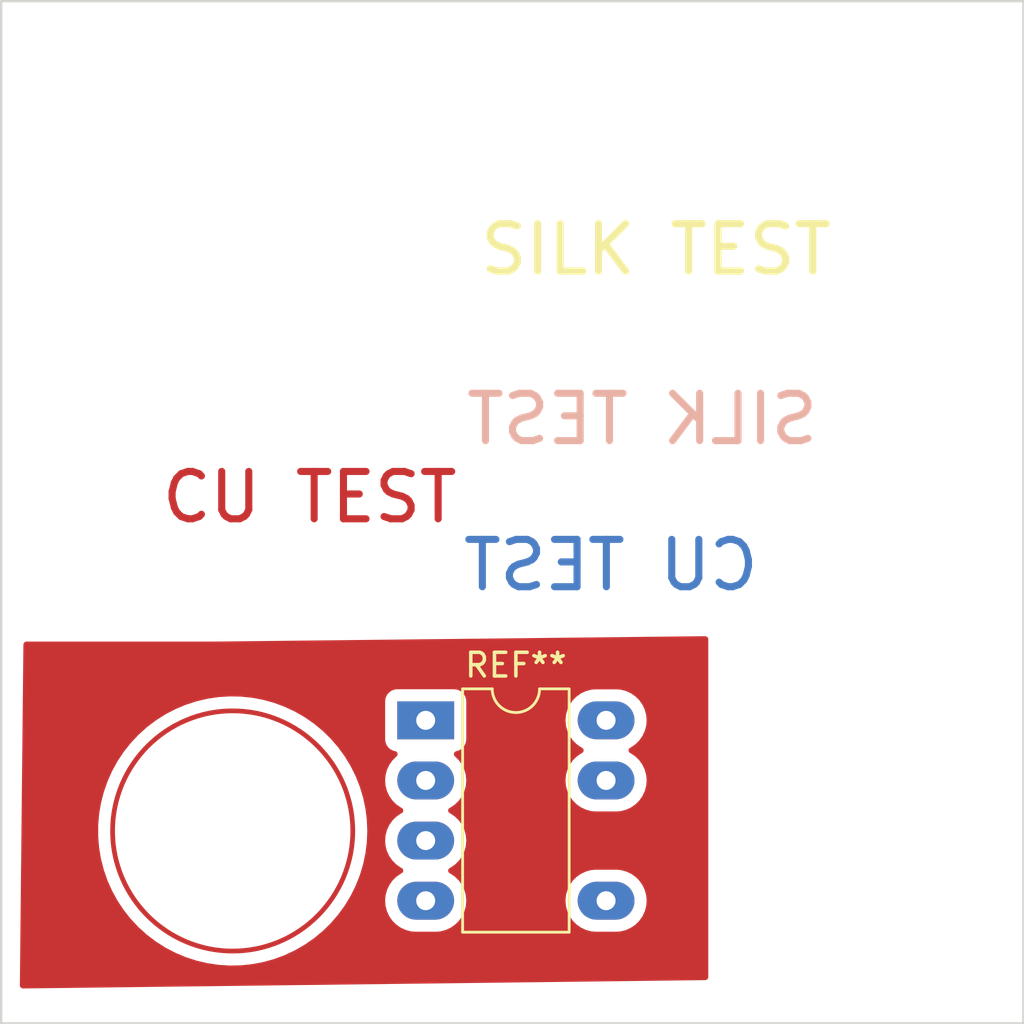
<source format=kicad_pcb>
(kicad_pcb (version 20210108) (generator pcbnew)
  (layers (0 "F.Cu" signal) (31 "B.Cu" signal) (34 "B.Paste" user) (35 "F.Paste" user) (36 "B.SilkS" user "B.Silkscreen") (37 "F.SilkS" user "F.Silkscreen") (38 "B.Mask" user) (39 "F.Mask" user) (44 "Edge.Cuts" user))
  (net 0 "")
  (footprint "Package_DIP:PowerIntegrations_PDIP-8B" (layer "F.Cu") (at 132.2324 106.5784)
    (fp_text reference "REF**" (at 3.81 -2.33) (layer "F.SilkS"))
    (fp_text value "PowerIntegrations_PDIP-8B")
    (fp_line (start 1.56 8.95) (end 6.06 8.95) (layer "F.SilkS") (width 0.12))
    (fp_line (start 6.06 -1.33) (end 4.81 -1.33) (layer "F.SilkS") (width 0.12))
    (fp_line (start 2.81 -1.33) (end 1.56 -1.33) (layer "F.SilkS") (width 0.12))
    (fp_line (start 1.56 -1.33) (end 1.56 8.95) (layer "F.SilkS") (width 0.12))
    (fp_line (start 6.06 8.95) (end 6.06 -1.33) (layer "F.SilkS") (width 0.12))
    (fp_arc (start 3.81 -1.33) (end 2.81 -1.33) (angle -180) (layer "F.SilkS") (width 0.12))
    (pad "1" thru_hole rect (at 0 0) (size 2.4 1.6) (drill 0.8) (layers *.Cu *.Mask))
    (pad "2" thru_hole oval (at 0 2.54) (size 2.4 1.6) (drill 0.8) (layers *.Cu *.Mask))
    (pad "3" thru_hole oval (at 0 5.08) (size 2.4 1.6) (drill 0.8) (layers *.Cu *.Mask))
    (pad "4" thru_hole oval (at 0 7.62) (size 2.4 1.6) (drill 0.8) (layers *.Cu *.Mask))
    (pad "5" thru_hole oval (at 7.62 7.62) (size 2.4 1.6) (drill 0.8) (layers *.Cu *.Mask))
    (pad "7" thru_hole oval (at 7.62 2.54) (size 2.4 1.6) (drill 0.8) (layers *.Cu *.Mask))
    (pad "8" thru_hole oval (at 7.62 0) (size 2.4 1.6) (drill 0.8) (layers *.Cu *.Mask))
  )
  (gr_circle (center 124.079 111.252) (end 119.9134 108.3564) (layer "F.Cu") (width 0.2) (fill none))
  (gr_rect (start 114.3 76.2) (end 157.48 119.38) (layer "Edge.Cuts") (width 0.1) (fill none))
  (gr_text "CU TEST\n" (at 127.3302 97.155) (layer "F.Cu") (effects (font (size 2 2) (thickness 0.3))))
  (gr_text "CU TEST\n" (at 140.0556 100.0252) (layer "B.Cu") (effects (font (size 2 2) (thickness 0.3)) (justify mirror)))
  (gr_text "SILK TEST\n" (at 141.3764 93.853) (layer "B.SilkS") (effects (font (size 2 2) (thickness 0.3)) (justify mirror)))
  (gr_text "SILK TEST\n" (at 141.9606 86.6902) (layer "F.SilkS") (effects (font (size 2 2) (thickness 0.3))))
  (zone (net 0) (net_name "") (layer "F.Cu") (connect_pads (clearance 0)) (min_thickness 0.254)
    (keepout (tracks not_allowed) (vias not_allowed) (pads not_allowed) (copperpour not_allowed) (footprints allowed))
    (fill (thermal_gap 0.508) (thermal_bridge_width 0.508))
    (polygon (pts (xy 129.157137 111.252) (xy 129.137813 110.809411) (xy 129.079989 110.370191) (xy 128.984104 109.937681) (xy 128.850888 109.515175) (xy 128.681355 109.105887) (xy 128.476796 108.712932) (xy 128.238766 108.3393) (xy 127.969079 107.987836) (xy 127.669785 107.661215) (xy 127.343164 107.361921) (xy 126.9917 107.092234) (xy 126.618069 106.854204) (xy 126.225113 106.649645) (xy 125.815825 106.480112) (xy 125.393319 106.346896) (xy 124.960809 106.251011) (xy 124.521589 106.193187) (xy 124.079 106.173863) (xy 123.636411 106.193187) (xy 123.197191 106.251011) (xy 122.764681 106.346896) (xy 122.342175 106.480112) (xy 121.932887 106.649645) (xy 121.539932 106.854204) (xy 121.1663 107.092234) (xy 120.814836 107.361921) (xy 120.488215 107.661215) (xy 120.188921 107.987836) (xy 119.919234 108.3393) (xy 119.681204 108.712932) (xy 119.476645 109.105887) (xy 119.307112 109.515175) (xy 119.173896 109.937681) (xy 119.078011 110.370191) (xy 119.020187 110.809411) (xy 119.000863 111.252) (xy 119.020187 111.694589) (xy 119.078011 112.133809) (xy 119.173896 112.566319) (xy 119.307112 112.988825) (xy 119.476645 113.398113) (xy 119.681204 113.791068) (xy 119.919234 114.1647) (xy 120.188921 114.516164) (xy 120.488215 114.842785) (xy 120.814836 115.142079) (xy 121.1663 115.411766) (xy 121.539931 115.649796) (xy 121.932887 115.854355) (xy 122.342175 116.023888) (xy 122.764681 116.157104) (xy 123.197191 116.252989) (xy 123.636411 116.310813) (xy 124.079 116.330137) (xy 124.521589 116.310813) (xy 124.960809 116.252989) (xy 125.393319 116.157104) (xy 125.815825 116.023888) (xy 126.225113 115.854355) (xy 126.618069 115.649796) (xy 126.9917 115.411766) (xy 127.343164 115.142079) (xy 127.669785 114.842785) (xy 127.969079 114.516164) (xy 128.238766 114.1647) (xy 128.476796 113.791068) (xy 128.681355 113.398113) (xy 128.850888 112.988825) (xy 128.984104 112.566319) (xy 129.079989 112.133809) (xy 129.137813 111.694589)))
  )
  (zone (net 0) (net_name "") (layer "F.Cu") (connect_pads (clearance 0.508)) (min_thickness 0.254) (fill yes (thermal_gap 0.508) (thermal_bridge_width 0.508))
    (polygon (pts (xy 144.1704 117.5512) (xy 115.0874 117.9068) (xy 115.2398 103.251) (xy 123.317 103.251) (xy 144.1704 103.0224)))
  )
)
</source>
